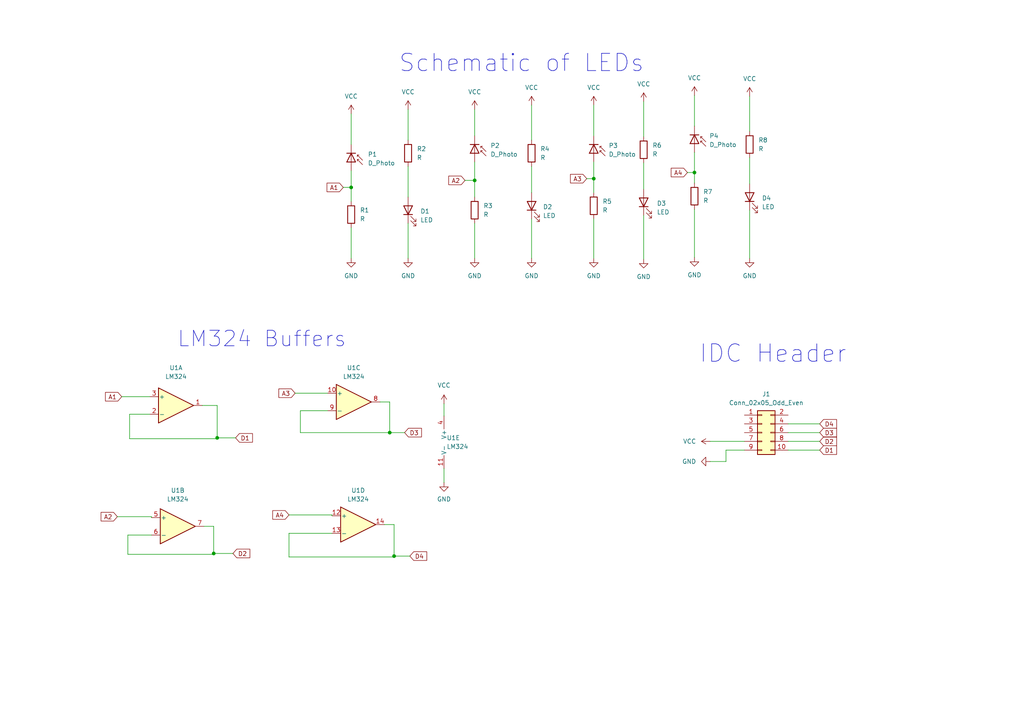
<source format=kicad_sch>
(kicad_sch (version 20211123) (generator eeschema)
  (paper "A4")
  (lib_symbols
    (symbol "Amplifier_Operational:LM324" (pin_names (offset 0.127))
      (property "Reference" "U" (at 0 5.08 0))
      (property "Value" "LM324" (at 0 -5.08 0))
      (symbol "LM324_1_1"
        (polyline (pts (xy -5.08 5.08) (xy 5.08 0) (xy -5.08 -5.08) (xy -5.08 5.08)) (stroke (width 0.254)) (fill (type background)))
        (pin output line (at 7.62 0 180) (length 2.54) (name "~") (number "1"))
        (pin input line (at -7.62 -2.54 0) (length 2.54) (name "-") (number "2"))
        (pin input line (at -7.62 2.54 0) (length 2.54) (name "+") (number "3"))
      )
      (symbol "LM324_2_1"
        (polyline (pts (xy -5.08 5.08) (xy 5.08 0) (xy -5.08 -5.08) (xy -5.08 5.08)) (stroke (width 0.254)) (fill (type background)))
        (pin input line (at -7.62 2.54 0) (length 2.54) (name "+") (number "5"))
        (pin input line (at -7.62 -2.54 0) (length 2.54) (name "-") (number "6"))
        (pin output line (at 7.62 0 180) (length 2.54) (name "~") (number "7"))
      )
      (symbol "LM324_3_1"
        (polyline (pts (xy -5.08 5.08) (xy 5.08 0) (xy -5.08 -5.08) (xy -5.08 5.08)) (stroke (width 0.254)) (fill (type background)))
        (pin input line (at -7.62 2.54 0) (length 2.54) (name "+") (number "10"))
        (pin output line (at 7.62 0 180) (length 2.54) (name "~") (number "8"))
        (pin input line (at -7.62 -2.54 0) (length 2.54) (name "-") (number "9"))
      )
      (symbol "LM324_4_1"
        (polyline (pts (xy -5.08 5.08) (xy 5.08 0) (xy -5.08 -5.08) (xy -5.08 5.08)) (stroke (width 0.254)) (fill (type background)))
        (pin input line (at -7.62 2.54 0) (length 2.54) (name "+") (number "12"))
        (pin input line (at -7.62 -2.54 0) (length 2.54) (name "-") (number "13"))
        (pin output line (at 7.62 0 180) (length 2.54) (name "~") (number "14"))
      )
      (symbol "LM324_5_1"
        (pin power_in line (at -2.54 -7.62 90) (length 3.81) (name "V-") (number "11"))
        (pin power_in line (at -2.54 7.62 270) (length 3.81) (name "V+") (number "4"))
      )
    )
    (symbol "Connector_Generic:Conn_02x05_Odd_Even" (pin_names (offset 1.016) hide)
      (property "Reference" "J" (at 1.27 7.62 0))
      (property "Value" "Conn_02x05_Odd_Even" (at 1.27 -7.62 0))
      (symbol "Conn_02x05_Odd_Even_1_1"
        (rectangle (start -1.27 -4.953) (end 0 -5.207) (stroke (width 0.1524)))
        (rectangle (start -1.27 -2.413) (end 0 -2.667) (stroke (width 0.1524)))
        (rectangle (start -1.27 0.127) (end 0 -0.127) (stroke (width 0.1524)))
        (rectangle (start -1.27 2.667) (end 0 2.413) (stroke (width 0.1524)))
        (rectangle (start -1.27 5.207) (end 0 4.953) (stroke (width 0.1524)))
        (rectangle (start -1.27 6.35) (end 3.81 -6.35) (stroke (width 0.254)) (fill (type background)))
        (rectangle (start 3.81 -4.953) (end 2.54 -5.207) (stroke (width 0.1524)))
        (rectangle (start 3.81 -2.413) (end 2.54 -2.667) (stroke (width 0.1524)))
        (rectangle (start 3.81 0.127) (end 2.54 -0.127) (stroke (width 0.1524)))
        (rectangle (start 3.81 2.667) (end 2.54 2.413) (stroke (width 0.1524)))
        (rectangle (start 3.81 5.207) (end 2.54 4.953) (stroke (width 0.1524)))
        (pin passive line (at -5.08 5.08 0) (length 3.81) (name "Pin_1") (number "1"))
        (pin passive line (at 7.62 -5.08 180) (length 3.81) (name "Pin_10") (number "10"))
        (pin passive line (at 7.62 5.08 180) (length 3.81) (name "Pin_2") (number "2"))
        (pin passive line (at -5.08 2.54 0) (length 3.81) (name "Pin_3") (number "3"))
        (pin passive line (at 7.62 2.54 180) (length 3.81) (name "Pin_4") (number "4"))
        (pin passive line (at -5.08 0 0) (length 3.81) (name "Pin_5") (number "5"))
        (pin passive line (at 7.62 0 180) (length 3.81) (name "Pin_6") (number "6"))
        (pin passive line (at -5.08 -2.54 0) (length 3.81) (name "Pin_7") (number "7"))
        (pin passive line (at 7.62 -2.54 180) (length 3.81) (name "Pin_8") (number "8"))
        (pin passive line (at -5.08 -5.08 0) (length 3.81) (name "Pin_9") (number "9"))
      )
    )
    (symbol "Device:D_Photo" (pin_numbers hide) (pin_names hide)
      (property "Reference" "D" (at 0.508 1.778 0))
      (property "Value" "D_Photo" (at -1.016 -2.794 0))
      (symbol "D_Photo_0_1"
        (polyline (pts (xy -2.54 1.27) (xy -2.54 -1.27)) (stroke (width 0.254)))
        (polyline (pts (xy -2.032 1.778) (xy -1.524 1.778)))
        (polyline (pts (xy 0 0) (xy -2.54 0)))
        (polyline (pts (xy -0.508 3.302) (xy -2.032 1.778) (xy -2.032 2.286)))
        (polyline (pts (xy 0 -1.27) (xy 0 1.27) (xy -2.54 0) (xy 0 -1.27)) (stroke (width 0.254)))
        (polyline (pts (xy 0.762 3.302) (xy -0.762 1.778) (xy -0.762 2.286) (xy -0.762 1.778) (xy -0.254 1.778)))
      )
      (symbol "D_Photo_1_1"
        (pin passive line (at -5.08 0 0) (length 2.54) (name "K") (number "1"))
        (pin passive line (at 2.54 0 180) (length 2.54) (name "A") (number "2"))
      )
    )
    (symbol "Device:LED" (pin_numbers hide) (pin_names (offset 1.016) hide)
      (property "Reference" "D" (at 0 2.54 0))
      (property "Value" "LED" (at 0 -2.54 0))
      (symbol "LED_0_1"
        (polyline (pts (xy -1.27 -1.27) (xy -1.27 1.27)) (stroke (width 0.254)))
        (polyline (pts (xy -1.27 0) (xy 1.27 0)))
        (polyline (pts (xy 1.27 -1.27) (xy 1.27 1.27) (xy -1.27 0) (xy 1.27 -1.27)) (stroke (width 0.254)))
        (polyline (pts (xy -3.048 -0.762) (xy -4.572 -2.286) (xy -3.81 -2.286) (xy -4.572 -2.286) (xy -4.572 -1.524)))
        (polyline (pts (xy -1.778 -0.762) (xy -3.302 -2.286) (xy -2.54 -2.286) (xy -3.302 -2.286) (xy -3.302 -1.524)))
      )
      (symbol "LED_1_1"
        (pin passive line (at -3.81 0 0) (length 2.54) (name "K") (number "1"))
        (pin passive line (at 3.81 0 180) (length 2.54) (name "A") (number "2"))
      )
    )
    (symbol "Device:R" (pin_numbers hide) (pin_names (offset 0))
      (property "Reference" "R" (at 2.032 0 90))
      (property "Value" "R" (at 0 0 90))
      (symbol "R_0_1"
        (rectangle (start -1.016 -2.54) (end 1.016 2.54) (stroke (width 0.254)))
      )
      (symbol "R_1_1"
        (pin passive line (at 0 3.81 270) (length 1.27) (name "~") (number "1"))
        (pin passive line (at 0 -3.81 90) (length 1.27) (name "~") (number "2"))
      )
    )
    (symbol "power:GND" (power) (pin_names (offset 0))
      (property "Value" "GND" (at 0 -3.81 0))
      (symbol "GND_0_1"
        (polyline (pts (xy 0 0) (xy 0 -1.27) (xy 1.27 -1.27) (xy 0 -2.54) (xy -1.27 -1.27) (xy 0 -1.27)))
      )
      (symbol "GND_1_1"
        (pin power_in line (at 0 0 270) (length 0) hide (name "GND") (number "1"))
      )
    )
    (symbol "power:VCC" (power) (pin_names (offset 0))
      (property "Value" "VCC" (at 0 3.81 0))
      (symbol "VCC_0_1"
        (polyline (pts (xy -0.762 1.27) (xy 0 2.54)))
        (polyline (pts (xy 0 0) (xy 0 2.54)))
        (polyline (pts (xy 0 2.54) (xy 0.762 1.27)))
      )
      (symbol "VCC_1_1"
        (pin power_in line (at 0 0 90) (length 0) hide (name "VCC") (number "1"))
      )
    )
  )
  (junction (at 101.854 54.356))
  (junction (at 137.668 52.324))
  (junction (at 201.422 50.038))
  (junction (at 61.976 160.528))
  (junction (at 114.3 161.29))
  (junction (at 113.03 125.476))
  (junction (at 62.992 127))
  (junction (at 172.212 51.816))
  (wire (pts (xy 201.422 27.686) (xy 201.422 36.576)))
  (wire (pts (xy 99.568 54.356) (xy 101.854 54.356)))
  (wire (pts (xy 67.564 160.528) (xy 61.976 160.528)))
  (wire (pts (xy 210.566 133.858) (xy 205.994 133.858)))
  (wire (pts (xy 43.942 155.194) (xy 37.084 155.194)))
  (wire (pts (xy 201.422 44.196) (xy 201.422 50.038)))
  (wire (pts (xy 228.6 125.476) (xy 237.744 125.476)))
  (wire (pts (xy 94.996 119.126) (xy 87.122 119.126)))
  (wire (pts (xy 96.266 154.686) (xy 83.82 154.686)))
  (wire (pts (xy 217.424 27.94) (xy 217.424 38.1)))
  (wire (pts (xy 61.976 152.654) (xy 61.976 160.528)))
  (wire (pts (xy 154.178 63.5) (xy 154.178 74.93)))
  (wire (pts (xy 137.668 64.77) (xy 137.668 74.93)))
  (wire (pts (xy 114.3 152.146) (xy 114.3 161.29)))
  (wire (pts (xy 114.3 161.29) (xy 114.3 161.544)))
  (wire (pts (xy 172.212 51.816) (xy 172.212 55.88)))
  (wire (pts (xy 62.992 117.602) (xy 58.674 117.602)))
  (wire (pts (xy 118.364 64.77) (xy 118.364 74.93)))
  (wire (pts (xy 61.976 152.654) (xy 59.182 152.654)))
  (wire (pts (xy 186.69 62.484) (xy 186.69 75.184)))
  (wire (pts (xy 118.364 48.26) (xy 118.364 57.15)))
  (wire (pts (xy 205.994 128.016) (xy 215.9 128.016)))
  (wire (pts (xy 201.422 60.706) (xy 201.422 74.676)))
  (wire (pts (xy 170.18 51.816) (xy 172.212 51.816)))
  (wire (pts (xy 34.036 149.86) (xy 43.942 149.86)))
  (wire (pts (xy 96.266 149.352) (xy 96.266 149.606)))
  (wire (pts (xy 83.82 161.544) (xy 114.3 161.544)))
  (wire (pts (xy 137.668 46.99) (xy 137.668 52.324)))
  (wire (pts (xy 201.422 50.038) (xy 201.422 53.086)))
  (wire (pts (xy 215.9 130.556) (xy 210.566 130.556)))
  (wire (pts (xy 199.39 50.038) (xy 201.422 50.038)))
  (wire (pts (xy 113.03 116.586) (xy 110.236 116.586)))
  (wire (pts (xy 172.212 30.48) (xy 172.212 39.37)))
  (wire (pts (xy 37.592 127.254) (xy 62.992 127.254)))
  (wire (pts (xy 68.326 127) (xy 62.992 127)))
  (wire (pts (xy 62.992 117.602) (xy 62.992 127)))
  (wire (pts (xy 128.778 117.094) (xy 128.778 120.65)))
  (wire (pts (xy 172.212 46.99) (xy 172.212 51.816)))
  (wire (pts (xy 134.874 52.324) (xy 137.668 52.324)))
  (wire (pts (xy 172.212 63.5) (xy 172.212 74.93)))
  (wire (pts (xy 228.6 122.936) (xy 237.744 122.936)))
  (wire (pts (xy 83.82 154.686) (xy 83.82 161.544)))
  (wire (pts (xy 186.69 47.244) (xy 186.69 54.864)))
  (wire (pts (xy 137.668 52.324) (xy 137.668 57.15)))
  (wire (pts (xy 35.306 115.062) (xy 43.434 115.062)))
  (wire (pts (xy 43.942 149.86) (xy 43.942 150.114)))
  (wire (pts (xy 210.566 130.556) (xy 210.566 133.858)))
  (wire (pts (xy 117.348 125.476) (xy 113.03 125.476)))
  (wire (pts (xy 128.778 135.89) (xy 128.778 139.954)))
  (wire (pts (xy 62.992 127) (xy 62.992 127.254)))
  (wire (pts (xy 37.084 155.194) (xy 37.084 160.782)))
  (wire (pts (xy 43.434 120.142) (xy 37.592 120.142)))
  (wire (pts (xy 228.6 130.556) (xy 237.744 130.556)))
  (wire (pts (xy 154.178 30.48) (xy 154.178 40.64)))
  (wire (pts (xy 87.122 125.476) (xy 113.03 125.476)))
  (wire (pts (xy 101.854 54.356) (xy 101.854 58.42)))
  (wire (pts (xy 228.6 128.016) (xy 237.744 128.016)))
  (wire (pts (xy 137.668 31.75) (xy 137.668 39.37)))
  (wire (pts (xy 113.03 116.586) (xy 113.03 125.476)))
  (wire (pts (xy 37.592 120.142) (xy 37.592 127.254)))
  (wire (pts (xy 118.364 31.75) (xy 118.364 40.64)))
  (wire (pts (xy 186.69 29.464) (xy 186.69 39.624)))
  (wire (pts (xy 83.82 149.352) (xy 96.266 149.352)))
  (wire (pts (xy 118.872 161.29) (xy 114.3 161.29)))
  (wire (pts (xy 85.598 114.046) (xy 94.996 114.046)))
  (wire (pts (xy 217.424 60.96) (xy 217.424 74.93)))
  (wire (pts (xy 101.854 66.04) (xy 101.854 74.93)))
  (wire (pts (xy 87.122 119.126) (xy 87.122 125.476)))
  (wire (pts (xy 217.424 45.72) (xy 217.424 53.34)))
  (wire (pts (xy 114.3 152.146) (xy 111.506 152.146)))
  (wire (pts (xy 101.854 49.53) (xy 101.854 54.356)))
  (wire (pts (xy 61.976 160.528) (xy 61.976 160.782)))
  (wire (pts (xy 37.084 160.782) (xy 61.976 160.782)))
  (wire (pts (xy 154.178 48.26) (xy 154.178 55.88)))
  (wire (pts (xy 101.854 33.02) (xy 101.854 41.91)))
  (text "Schematic of LEDs" (at 115.57 21.336 0) (effects (font (size 5 5)) (justify left bottom)))
  (text "IDC Header\n" (at 202.692 105.664 0) (effects (font (size 5.08 5.08)) (justify left bottom)))
  (text "LM324 Buffers" (at 51.308 101.092 0) (effects (font (size 4.5 4.5)) (justify left bottom)))
  (global_label "A1" (shape input) (at 35.306 115.062 180) (property "Intersheet References" "${INTERSHEET_REFS}" (effects hide)))
  (global_label "D3" (shape input) (at 237.744 125.476 0) (property "Intersheet References" "${INTERSHEET_REFS}" (effects hide)))
  (global_label "A1" (shape input) (at 99.568 54.356 180) (property "Intersheet References" "${INTERSHEET_REFS}" (effects hide)))
  (global_label "D2" (shape input) (at 67.564 160.528 0) (property "Intersheet References" "${INTERSHEET_REFS}" (effects hide)))
  (global_label "D4" (shape input) (at 237.744 122.936 0) (property "Intersheet References" "${INTERSHEET_REFS}" (effects hide)))
  (global_label "D1" (shape input) (at 68.326 127 0) (property "Intersheet References" "${INTERSHEET_REFS}" (effects hide)))
  (global_label "D1" (shape input) (at 237.744 130.556 0) (property "Intersheet References" "${INTERSHEET_REFS}" (effects hide)))
  (global_label "A4" (shape input) (at 83.82 149.352 180) (property "Intersheet References" "${INTERSHEET_REFS}" (effects hide)))
  (global_label "A2" (shape input) (at 34.036 149.86 180) (property "Intersheet References" "${INTERSHEET_REFS}" (effects hide)))
  (global_label "D2" (shape input) (at 237.744 128.016 0) (property "Intersheet References" "${INTERSHEET_REFS}" (effects hide)))
  (global_label "A3" (shape input) (at 170.18 51.816 180) (property "Intersheet References" "${INTERSHEET_REFS}" (effects hide)))
  (global_label "A4" (shape input) (at 199.39 50.038 180) (property "Intersheet References" "${INTERSHEET_REFS}" (effects hide)))
  (global_label "A2" (shape input) (at 134.874 52.324 180) (property "Intersheet References" "${INTERSHEET_REFS}" (effects hide)))
  (global_label "D4" (shape input) (at 118.872 161.29 0) (property "Intersheet References" "${INTERSHEET_REFS}" (effects hide)))
  (global_label "D3" (shape input) (at 117.348 125.476 0) (property "Intersheet References" "${INTERSHEET_REFS}" (effects hide)))
  (global_label "A3" (shape input) (at 85.598 114.046 180) (property "Intersheet References" "${INTERSHEET_REFS}" (effects hide)))
  (symbol (lib_id "Device:R") (at 137.668 60.96 0) (unit 1)
    (property "Reference" "R3" (at 140.208 59.6899 0) (effects (justify left)))
    (property "Value" "R" (at 140.208 62.2299 0) (effects (justify left)))
    (property "Footprint" "Resistor_THT:R_Axial_DIN0207_L6.3mm_D2.5mm_P10.16mm_Horizontal" (effects hide))
  )
  (symbol (lib_id "power:VCC") (at 137.668 31.75 0) (unit 1)
    (property "Reference" "#PWR07" (effects hide))
    (property "Value" "VCC" (at 137.668 26.67 0))
  )
  (symbol (lib_id "Device:R") (at 101.854 62.23 0) (unit 1)
    (property "Reference" "R1" (at 104.394 60.9599 0) (effects (justify left)))
    (property "Value" "R" (at 104.394 63.4999 0) (effects (justify left)))
    (property "Footprint" "Resistor_THT:R_Axial_DIN0207_L6.3mm_D2.5mm_P10.16mm_Horizontal" (effects hide))
  )
  (symbol (lib_id "power:VCC") (at 217.424 27.94 0) (unit 1)
    (property "Reference" "#PWR019" (effects hide))
    (property "Value" "VCC" (at 217.424 22.86 0))
  )
  (symbol (lib_id "Device:LED") (at 186.69 58.674 90) (unit 1)
    (property "Reference" "D3" (at 190.5 58.9914 90) (effects (justify right)))
    (property "Value" "LED" (at 190.5 61.5314 90) (effects (justify right)))
    (property "Footprint" "LED_THT:LED_D3.0mm" (effects hide))
  )
  (symbol (lib_id "Device:R") (at 172.212 59.69 0) (unit 1)
    (property "Reference" "R5" (at 174.752 58.4199 0) (effects (justify left)))
    (property "Value" "R" (at 174.752 60.9599 0) (effects (justify left)))
    (property "Footprint" "Resistor_THT:R_Axial_DIN0207_L6.3mm_D2.5mm_P10.16mm_Horizontal" (effects hide))
  )
  (symbol (lib_id "Connector_Generic:Conn_02x05_Odd_Even") (at 220.98 125.476 0) (unit 1)
    (property "Reference" "J1" (at 222.25 114.3 0))
    (property "Value" "Conn_02x05_Odd_Even" (at 222.25 116.84 0))
    (property "Footprint" "Connector_IDC:IDC-Header_2x05_P2.54mm_Vertical" (effects hide))
  )
  (symbol (lib_id "Device:D_Photo") (at 201.422 41.656 270) (unit 1)
    (property "Reference" "P4" (at 205.74 39.4334 90) (effects (justify left)))
    (property "Value" "D_Photo" (at 205.74 41.9734 90) (effects (justify left)))
    (property "Footprint" "LED_THT:LED_D8.0mm" (effects hide))
  )
  (symbol (lib_id "Device:LED") (at 118.364 60.96 90) (unit 1)
    (property "Reference" "D1" (at 121.92 61.2774 90) (effects (justify right)))
    (property "Value" "LED" (at 121.92 63.8174 90) (effects (justify right)))
    (property "Footprint" "LED_THT:LED_D3.0mm" (effects hide))
  )
  (symbol (lib_id "Device:R") (at 217.424 41.91 0) (unit 1)
    (property "Reference" "R8" (at 219.964 40.6399 0) (effects (justify left)))
    (property "Value" "R" (at 219.964 43.1799 0) (effects (justify left)))
    (property "Footprint" "Resistor_THT:R_Axial_DIN0207_L6.3mm_D2.5mm_P10.16mm_Horizontal" (effects hide))
  )
  (symbol (lib_id "Amplifier_Operational:LM324") (at 102.616 116.586 0) (unit 3)
    (property "Reference" "U1" (at 102.616 106.68 0))
    (property "Value" "LM324" (at 102.616 109.22 0))
    (property "Footprint" "components_libraries:DIP794W45P254L1969H508Q14" (effects hide))
    (property "Datasheet" "http://www.ti.com/lit/ds/symlink/lm2902-n.pdf" (effects hide))
  )
  (symbol (lib_id "power:GND") (at 217.424 74.93 0) (unit 1)
    (property "Reference" "#PWR020" (effects hide))
    (property "Value" "GND" (at 217.424 80.01 0))
  )
  (symbol (lib_id "Device:LED") (at 154.178 59.69 90) (unit 1)
    (property "Reference" "D2" (at 157.48 60.0074 90) (effects (justify right)))
    (property "Value" "LED" (at 157.48 62.5474 90) (effects (justify right)))
    (property "Footprint" "LED_THT:LED_D3.0mm" (effects hide))
  )
  (symbol (lib_id "Device:D_Photo") (at 172.212 44.45 270) (unit 1)
    (property "Reference" "P3" (at 176.53 42.2274 90) (effects (justify left)))
    (property "Value" "D_Photo" (at 176.53 44.7674 90) (effects (justify left)))
    (property "Footprint" "LED_THT:LED_D8.0mm" (effects hide))
  )
  (symbol (lib_id "power:VCC") (at 186.69 29.464 0) (unit 1)
    (property "Reference" "#PWR013" (effects hide))
    (property "Value" "VCC" (at 186.69 24.384 0))
  )
  (symbol (lib_id "power:VCC") (at 118.364 31.75 0) (unit 1)
    (property "Reference" "#PWR03" (effects hide))
    (property "Value" "VCC" (at 118.364 26.67 0))
  )
  (symbol (lib_id "Device:R") (at 118.364 44.45 0) (unit 1)
    (property "Reference" "R2" (at 120.904 43.1799 0) (effects (justify left)))
    (property "Value" "R" (at 120.904 45.7199 0) (effects (justify left)))
    (property "Footprint" "Resistor_THT:R_Axial_DIN0207_L6.3mm_D2.5mm_P10.16mm_Horizontal" (effects hide))
  )
  (symbol (lib_id "power:GND") (at 186.69 75.184 0) (unit 1)
    (property "Reference" "#PWR014" (effects hide))
    (property "Value" "GND" (at 186.69 80.264 0))
  )
  (symbol (lib_id "power:GND") (at 201.422 74.676 0) (unit 1)
    (property "Reference" "#PWR016" (effects hide))
    (property "Value" "GND" (at 201.422 79.756 0))
  )
  (symbol (lib_id "power:GND") (at 205.994 133.858 270) (unit 1)
    (property "Reference" "#PWR018" (effects hide))
    (property "Value" "GND" (at 201.93 133.8579 90) (effects (justify right)))
  )
  (symbol (lib_id "Device:D_Photo") (at 101.854 46.99 270) (unit 1)
    (property "Reference" "P1" (at 106.68 44.7674 90) (effects (justify left)))
    (property "Value" "D_Photo" (at 106.68 47.3074 90) (effects (justify left)))
    (property "Footprint" "LED_THT:LED_D8.0mm" (effects hide))
  )
  (symbol (lib_id "power:GND") (at 128.778 139.954 0) (unit 1)
    (property "Reference" "#PWR06" (effects hide))
    (property "Value" "GND" (at 128.778 144.78 0))
  )
  (symbol (lib_id "power:VCC") (at 205.994 128.016 90) (unit 1)
    (property "Reference" "#PWR017" (effects hide))
    (property "Value" "VCC" (at 201.93 128.0159 90) (effects (justify left)))
  )
  (symbol (lib_id "Device:LED") (at 217.424 57.15 90) (unit 1)
    (property "Reference" "D4" (at 220.98 57.4674 90) (effects (justify right)))
    (property "Value" "LED" (at 220.98 60.0074 90) (effects (justify right)))
    (property "Footprint" "LED_THT:LED_D3.0mm" (effects hide))
  )
  (symbol (lib_id "power:GND") (at 154.178 74.93 0) (unit 1)
    (property "Reference" "#PWR010" (effects hide))
    (property "Value" "GND" (at 154.178 80.01 0))
  )
  (symbol (lib_id "Device:D_Photo") (at 137.668 44.45 270) (unit 1)
    (property "Reference" "P2" (at 142.24 42.2274 90) (effects (justify left)))
    (property "Value" "D_Photo" (at 142.24 44.7674 90) (effects (justify left)))
    (property "Footprint" "LED_THT:LED_D8.0mm" (effects hide))
  )
  (symbol (lib_id "power:VCC") (at 128.778 117.094 0) (unit 1)
    (property "Reference" "#PWR05" (effects hide))
    (property "Value" "VCC" (at 128.778 111.76 0))
  )
  (symbol (lib_id "power:VCC") (at 172.212 30.48 0) (unit 1)
    (property "Reference" "#PWR011" (effects hide))
    (property "Value" "VCC" (at 172.212 25.4 0))
  )
  (symbol (lib_id "power:GND") (at 137.668 74.93 0) (unit 1)
    (property "Reference" "#PWR08" (effects hide))
    (property "Value" "GND" (at 137.668 80.01 0))
  )
  (symbol (lib_id "Amplifier_Operational:LM324") (at 131.318 128.27 0) (unit 5)
    (property "Reference" "U1" (at 129.54 126.9999 0) (effects (justify left)))
    (property "Value" "LM324" (at 129.54 129.5399 0) (effects (justify left)))
    (property "Footprint" "components_libraries:DIP794W45P254L1969H508Q14" (effects hide))
    (property "Datasheet" "http://www.ti.com/lit/ds/symlink/lm2902-n.pdf" (effects hide))
  )
  (symbol (lib_id "Amplifier_Operational:LM324") (at 51.562 152.654 0) (unit 2)
    (property "Reference" "U1" (at 51.562 142.24 0))
    (property "Value" "LM324" (at 51.562 144.78 0))
    (property "Footprint" "components_libraries:DIP794W45P254L1969H508Q14" (effects hide))
    (property "Datasheet" "http://www.ti.com/lit/ds/symlink/lm2902-n.pdf" (effects hide))
  )
  (symbol (lib_id "Amplifier_Operational:LM324") (at 103.886 152.146 0) (unit 4)
    (property "Reference" "U1" (at 103.886 142.24 0))
    (property "Value" "LM324" (at 103.886 144.78 0))
    (property "Footprint" "components_libraries:DIP794W45P254L1969H508Q14" (effects hide))
    (property "Datasheet" "http://www.ti.com/lit/ds/symlink/lm2902-n.pdf" (effects hide))
  )
  (symbol (lib_id "power:VCC") (at 154.178 30.48 0) (unit 1)
    (property "Reference" "#PWR09" (effects hide))
    (property "Value" "VCC" (at 154.178 25.4 0))
  )
  (symbol (lib_id "Amplifier_Operational:LM324") (at 51.054 117.602 0) (unit 1)
    (property "Reference" "U1" (at 51.054 106.68 0))
    (property "Value" "LM324" (at 51.054 109.22 0))
    (property "Footprint" "components_libraries:DIP794W45P254L1969H508Q14" (effects hide))
    (property "Datasheet" "http://www.ti.com/lit/ds/symlink/lm2902-n.pdf" (effects hide))
  )
  (symbol (lib_id "Device:R") (at 186.69 43.434 0) (unit 1)
    (property "Reference" "R6" (at 189.23 42.1639 0) (effects (justify left)))
    (property "Value" "R" (at 189.23 44.7039 0) (effects (justify left)))
    (property "Footprint" "Resistor_THT:R_Axial_DIN0207_L6.3mm_D2.5mm_P10.16mm_Horizontal" (effects hide))
  )
  (symbol (lib_id "power:VCC") (at 101.854 33.02 0) (unit 1)
    (property "Reference" "#PWR01" (effects hide))
    (property "Value" "VCC" (at 101.854 27.94 0))
  )
  (symbol (lib_id "power:GND") (at 118.364 74.93 0) (unit 1)
    (property "Reference" "#PWR04" (effects hide))
    (property "Value" "GND" (at 118.364 80.01 0))
  )
  (symbol (lib_id "Device:R") (at 201.422 56.896 0) (unit 1)
    (property "Reference" "R7" (at 203.962 55.6259 0) (effects (justify left)))
    (property "Value" "R" (at 203.962 58.1659 0) (effects (justify left)))
    (property "Footprint" "Resistor_THT:R_Axial_DIN0207_L6.3mm_D2.5mm_P10.16mm_Horizontal" (effects hide))
  )
  (symbol (lib_id "Device:R") (at 154.178 44.45 0) (unit 1)
    (property "Reference" "R4" (at 156.718 43.1799 0) (effects (justify left)))
    (property "Value" "R" (at 156.718 45.7199 0) (effects (justify left)))
    (property "Footprint" "Resistor_THT:R_Axial_DIN0207_L6.3mm_D2.5mm_P10.16mm_Horizontal" (effects hide))
  )
  (symbol (lib_id "power:VCC") (at 201.422 27.686 0) (unit 1)
    (property "Reference" "#PWR015" (effects hide))
    (property "Value" "VCC" (at 201.422 22.606 0))
  )
  (symbol (lib_id "power:GND") (at 101.854 74.93 0) (unit 1)
    (property "Reference" "#PWR02" (effects hide))
    (property "Value" "GND" (at 101.854 80.01 0))
  )
  (symbol (lib_id "power:GND") (at 172.212 74.93 0) (unit 1)
    (property "Reference" "#PWR012" (effects hide))
    (property "Value" "GND" (at 172.212 80.01 0))
  )
)
</source>
